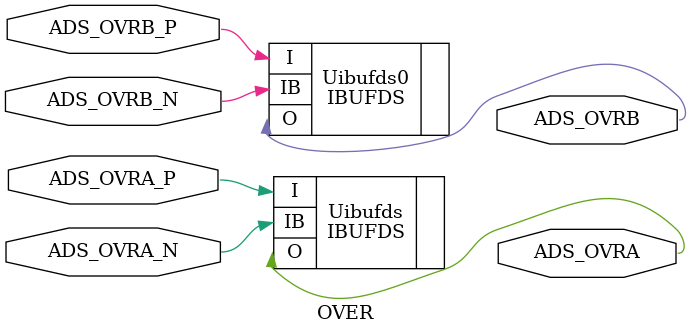
<source format=v>
`timescale 1ns / 1ps


module OVER(

 input					ADS_OVRB_P,
 input					ADS_OVRB_N,	

 input 					ADS_OVRA_P,	
 input 					ADS_OVRA_N,

 output                 ADS_OVRB,
 output                 ADS_OVRA
    );
    

    IBUFDS #(
      .DIFF_TERM("TRUE"),    // Differential Termination
      .IBUF_LOW_PWR("FALSE"),  // Low power="TRUE", Highest performance="FALSE" 
      .IOSTANDARD("LVDS")  // Specify the input I/O standard
   )  Uibufds (
        .I    (ADS_OVRA_P  ),
        .IB   (ADS_OVRA_N  ),
        .O    (ADS_OVRA    )
    );

    IBUFDS #(
      .DIFF_TERM("TRUE"),    // Differential Termination
      .IBUF_LOW_PWR("FALSE"),  // Low power="TRUE", Highest performance="FALSE" 
      .IOSTANDARD("LVDS")  // Specify the input I/O standard
   )  Uibufds0 (
        .I    (ADS_OVRB_P  ),
        .IB   (ADS_OVRB_N  ),
        .O    (ADS_OVRB    )
    );    
    
endmodule

</source>
